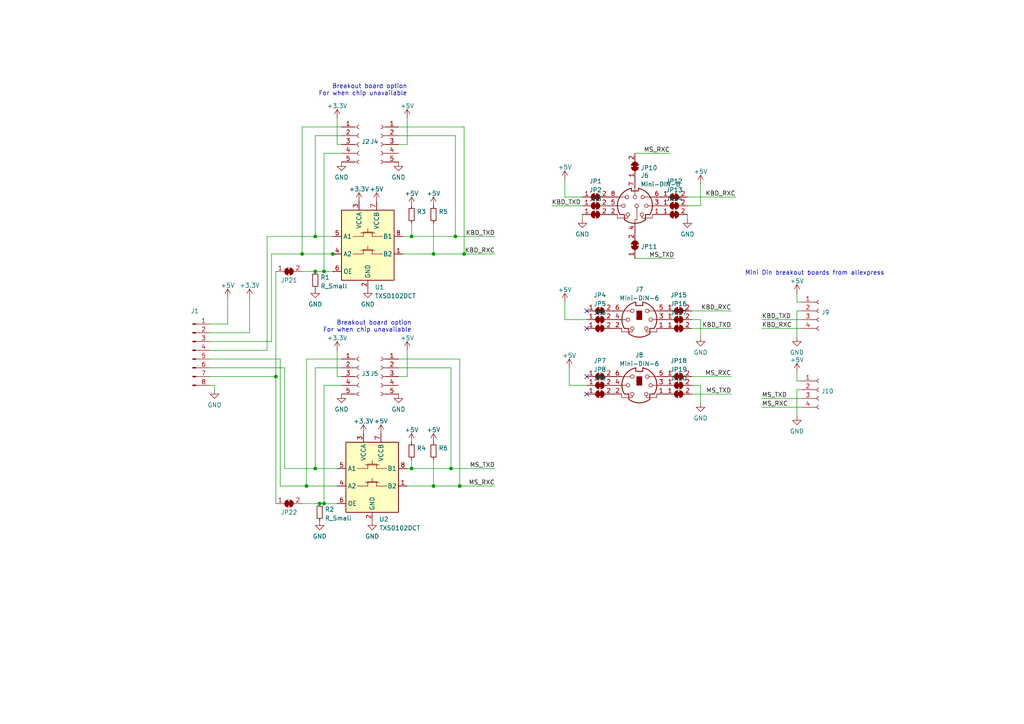
<source format=kicad_sch>
(kicad_sch (version 20230121) (generator eeschema)
  (paper "A4")
  (lib_symbols
    (symbol "Connector:Conn_01x04_Female" (pin_names (offset 1.016) hide)
      (property "Reference" "J" (at 0 5.08 0))
      (property "Value" "Conn_01x04_Female" (at 0 -7.62 0))
      (symbol "Conn_01x04_Female_1_1"
        (arc (start 0 -4.572) (mid -0.5058 -5.08) (end 0 -5.588) (stroke (width 0.1524)))
        (arc (start 0 -2.032) (mid -0.5058 -2.54) (end 0 -3.048) (stroke (width 0.1524)))
        (polyline (pts (xy -1.27 -5.08) (xy -0.508 -5.08)) (stroke (width 0.1524)))
        (polyline (pts (xy -1.27 -2.54) (xy -0.508 -2.54)) (stroke (width 0.1524)))
        (polyline (pts (xy -1.27 0) (xy -0.508 0)) (stroke (width 0.1524)))
        (polyline (pts (xy -1.27 2.54) (xy -0.508 2.54)) (stroke (width 0.1524)))
        (arc (start 0 0.508) (mid -0.5058 0) (end 0 -0.508) (stroke (width 0.1524)))
        (arc (start 0 3.048) (mid -0.5058 2.54) (end 0 2.032) (stroke (width 0.1524)))
        (pin passive line (at -5.08 2.54 0) (length 3.81) (name "Pin_1") (number "1"))
        (pin passive line (at -5.08 0 0) (length 3.81) (name "Pin_2") (number "2"))
        (pin passive line (at -5.08 -2.54 0) (length 3.81) (name "Pin_3") (number "3"))
        (pin passive line (at -5.08 -5.08 0) (length 3.81) (name "Pin_4") (number "4"))
      )
    )
    (symbol "Connector:Conn_01x05_Female" (pin_names (offset 1.016) hide)
      (property "Reference" "J" (at 0 7.62 0))
      (property "Value" "Conn_01x05_Female" (at 0 -7.62 0))
      (symbol "Conn_01x05_Female_1_1"
        (arc (start 0 -4.572) (mid -0.5058 -5.08) (end 0 -5.588) (stroke (width 0.1524)))
        (arc (start 0 -2.032) (mid -0.5058 -2.54) (end 0 -3.048) (stroke (width 0.1524)))
        (polyline (pts (xy -1.27 -5.08) (xy -0.508 -5.08)) (stroke (width 0.1524)))
        (polyline (pts (xy -1.27 -2.54) (xy -0.508 -2.54)) (stroke (width 0.1524)))
        (polyline (pts (xy -1.27 0) (xy -0.508 0)) (stroke (width 0.1524)))
        (polyline (pts (xy -1.27 2.54) (xy -0.508 2.54)) (stroke (width 0.1524)))
        (polyline (pts (xy -1.27 5.08) (xy -0.508 5.08)) (stroke (width 0.1524)))
        (arc (start 0 0.508) (mid -0.5058 0) (end 0 -0.508) (stroke (width 0.1524)))
        (arc (start 0 3.048) (mid -0.5058 2.54) (end 0 2.032) (stroke (width 0.1524)))
        (arc (start 0 5.588) (mid -0.5058 5.08) (end 0 4.572) (stroke (width 0.1524)))
        (pin passive line (at -5.08 5.08 0) (length 3.81) (name "Pin_1") (number "1"))
        (pin passive line (at -5.08 2.54 0) (length 3.81) (name "Pin_2") (number "2"))
        (pin passive line (at -5.08 0 0) (length 3.81) (name "Pin_3") (number "3"))
        (pin passive line (at -5.08 -2.54 0) (length 3.81) (name "Pin_4") (number "4"))
        (pin passive line (at -5.08 -5.08 0) (length 3.81) (name "Pin_5") (number "5"))
      )
    )
    (symbol "Connector:Conn_01x08_Male" (pin_names (offset 1.016) hide)
      (property "Reference" "J" (at 0 10.16 0))
      (property "Value" "Conn_01x08_Male" (at 0 -12.7 0))
      (symbol "Conn_01x08_Male_1_1"
        (polyline (pts (xy 1.27 -10.16) (xy 0.8636 -10.16)) (stroke (width 0.1524)))
        (polyline (pts (xy 1.27 -7.62) (xy 0.8636 -7.62)) (stroke (width 0.1524)))
        (polyline (pts (xy 1.27 -5.08) (xy 0.8636 -5.08)) (stroke (width 0.1524)))
        (polyline (pts (xy 1.27 -2.54) (xy 0.8636 -2.54)) (stroke (width 0.1524)))
        (polyline (pts (xy 1.27 0) (xy 0.8636 0)) (stroke (width 0.1524)))
        (polyline (pts (xy 1.27 2.54) (xy 0.8636 2.54)) (stroke (width 0.1524)))
        (polyline (pts (xy 1.27 5.08) (xy 0.8636 5.08)) (stroke (width 0.1524)))
        (polyline (pts (xy 1.27 7.62) (xy 0.8636 7.62)) (stroke (width 0.1524)))
        (rectangle (start 0.8636 -10.033) (end 0 -10.287) (stroke (width 0.1524)) (fill (type outline)))
        (rectangle (start 0.8636 -7.493) (end 0 -7.747) (stroke (width 0.1524)) (fill (type outline)))
        (rectangle (start 0.8636 -4.953) (end 0 -5.207) (stroke (width 0.1524)) (fill (type outline)))
        (rectangle (start 0.8636 -2.413) (end 0 -2.667) (stroke (width 0.1524)) (fill (type outline)))
        (rectangle (start 0.8636 0.127) (end 0 -0.127) (stroke (width 0.1524)) (fill (type outline)))
        (rectangle (start 0.8636 2.667) (end 0 2.413) (stroke (width 0.1524)) (fill (type outline)))
        (rectangle (start 0.8636 5.207) (end 0 4.953) (stroke (width 0.1524)) (fill (type outline)))
        (rectangle (start 0.8636 7.747) (end 0 7.493) (stroke (width 0.1524)) (fill (type outline)))
        (pin passive line (at 5.08 7.62 180) (length 3.81) (name "Pin_1") (number "1"))
        (pin passive line (at 5.08 5.08 180) (length 3.81) (name "Pin_2") (number "2"))
        (pin passive line (at 5.08 2.54 180) (length 3.81) (name "Pin_3") (number "3"))
        (pin passive line (at 5.08 0 180) (length 3.81) (name "Pin_4") (number "4"))
        (pin passive line (at 5.08 -2.54 180) (length 3.81) (name "Pin_5") (number "5"))
        (pin passive line (at 5.08 -5.08 180) (length 3.81) (name "Pin_6") (number "6"))
        (pin passive line (at 5.08 -7.62 180) (length 3.81) (name "Pin_7") (number "7"))
        (pin passive line (at 5.08 -10.16 180) (length 3.81) (name "Pin_8") (number "8"))
      )
    )
    (symbol "Connector:Mini-DIN-6" (pin_names (offset 1.016))
      (property "Reference" "J" (at 0 6.35 0))
      (property "Value" "Mini-DIN-6" (at 0 -6.35 0))
      (symbol "Mini-DIN-6_0_1"
        (circle (center -3.302 0) (radius 0.508))
        (arc (start -3.048 -4.064) (mid 0 -5.08) (end 3.048 -4.064) (stroke (width 0.254)))
        (circle (center -2.032 -2.54) (radius 0.508))
        (circle (center -2.032 2.54) (radius 0.508))
        (arc (start -1.016 5.08) (mid -4.6228 2.1214) (end -4.318 -2.54) (stroke (width 0.254)))
        (rectangle (start -0.762 2.54) (end 0.762 0) (fill (type outline)))
        (polyline (pts (xy -3.81 0) (xy -5.08 0)))
        (polyline (pts (xy -2.54 2.54) (xy -5.08 2.54)))
        (polyline (pts (xy 2.794 2.54) (xy 5.08 2.54)))
        (polyline (pts (xy 5.08 0) (xy 3.81 0)))
        (polyline (pts (xy -4.318 -2.54) (xy -3.048 -2.54) (xy -3.048 -4.064)) (stroke (width 0.254)))
        (polyline (pts (xy 4.318 -2.54) (xy 3.048 -2.54) (xy 3.048 -4.064)) (stroke (width 0.254)))
        (polyline (pts (xy -2.032 -3.048) (xy -2.032 -3.556) (xy -5.08 -3.556) (xy -5.08 -2.54)))
        (polyline (pts (xy -1.016 5.08) (xy -1.016 4.064) (xy 1.016 4.064) (xy 1.016 5.08)) (stroke (width 0.254)))
        (polyline (pts (xy 2.032 -3.048) (xy 2.032 -3.556) (xy 5.08 -3.556) (xy 5.08 -2.54)))
        (circle (center 2.032 -2.54) (radius 0.508))
        (circle (center 2.286 2.54) (radius 0.508))
        (circle (center 3.302 0) (radius 0.508))
        (arc (start 4.318 -2.54) (mid 4.6661 2.1322) (end 1.016 5.08) (stroke (width 0.254)))
      )
      (symbol "Mini-DIN-6_1_1"
        (pin passive line (at 7.62 -2.54 180) (length 2.54) (name "~") (number "1"))
        (pin passive line (at -7.62 -2.54 0) (length 2.54) (name "~") (number "2"))
        (pin passive line (at 7.62 0 180) (length 2.54) (name "~") (number "3"))
        (pin passive line (at -7.62 0 0) (length 2.54) (name "~") (number "4"))
        (pin passive line (at 7.62 2.54 180) (length 2.54) (name "~") (number "5"))
        (pin passive line (at -7.62 2.54 0) (length 2.54) (name "~") (number "6"))
      )
    )
    (symbol "Connector:Mini-DIN-8" (pin_names (offset 1.016))
      (property "Reference" "J" (at 5.08 5.08 0))
      (property "Value" "Mini-DIN-8" (at 10.668 -5.08 0))
      (symbol "Mini-DIN-8_0_1"
        (circle (center -3.302 0) (radius 0.508))
        (arc (start -3.048 -4.064) (mid 0 -5.08) (end 3.048 -4.064) (stroke (width 0.254)))
        (circle (center -2.286 2.5146) (radius 0.508))
        (circle (center -2.032 -2.54) (radius 0.508))
        (arc (start -1.016 5.08) (mid -4.6228 2.1214) (end -4.318 -2.54) (stroke (width 0.254)))
        (polyline (pts (xy -3.81 0) (xy -5.08 0)))
        (polyline (pts (xy -2.794 2.54) (xy -5.334 2.54)))
        (polyline (pts (xy 0 5.1054) (xy 0 3.048)))
        (polyline (pts (xy 2.794 2.54) (xy 5.08 2.54)))
        (polyline (pts (xy 5.08 0) (xy 3.81 0)))
        (polyline (pts (xy -4.318 -2.54) (xy -3.048 -2.54) (xy -3.048 -4.064)) (stroke (width 0.254)))
        (polyline (pts (xy 4.318 -2.54) (xy 3.048 -2.54) (xy 3.048 -4.064)) (stroke (width 0.254)))
        (polyline (pts (xy -2.032 -3.048) (xy -2.032 -3.556) (xy -5.08 -3.556) (xy -5.08 -2.54)))
        (polyline (pts (xy -1.016 5.08) (xy -1.016 4.318) (xy 1.016 4.318) (xy 1.016 5.08)) (stroke (width 0.254)))
        (polyline (pts (xy 0.5842 -0.508) (xy 0.5842 -4.0132) (xy 0 -4.0132) (xy 0 -5.1816)))
        (polyline (pts (xy 2.032 -3.048) (xy 2.032 -3.556) (xy 5.08 -3.556) (xy 5.08 -2.54)))
        (circle (center 0 2.54) (radius 0.508))
        (circle (center 2.032 -2.54) (radius 0.508))
        (circle (center 2.286 2.54) (radius 0.508))
        (circle (center 3.302 0) (radius 0.508))
        (arc (start 4.318 -2.54) (mid 4.6661 2.1322) (end 1.016 5.08) (stroke (width 0.254)))
      )
      (symbol "Mini-DIN-8_1_1"
        (circle (center 0.5334 0) (radius 0.508))
        (pin passive line (at 7.62 -2.54 180) (length 2.54) (name "~") (number "1"))
        (pin passive line (at -7.62 -2.54 0) (length 2.54) (name "~") (number "2"))
        (pin passive line (at 7.62 0 180) (length 2.54) (name "~") (number "3"))
        (pin passive line (at 0 -7.62 90) (length 2.54) (name "~") (number "4"))
        (pin passive line (at -7.62 0 0) (length 2.54) (name "~") (number "5"))
        (pin passive line (at 7.62 2.54 180) (length 2.54) (name "~") (number "6"))
        (pin passive line (at 0 7.62 270) (length 2.54) (name "~") (number "7"))
        (pin passive line (at -7.62 2.54 0) (length 2.54) (name "~") (number "8"))
      )
    )
    (symbol "Device:R_Small" (pin_numbers hide) (pin_names (offset 0.254) hide)
      (property "Reference" "R" (at 0.762 0.508 0))
      (property "Value" "R_Small" (at 0.762 -1.016 0))
      (symbol "R_Small_0_1"
        (rectangle (start -0.762 1.778) (end 0.762 -1.778) (stroke (width 0.2032)))
      )
      (symbol "R_Small_1_1"
        (pin passive line (at 0 2.54 270) (length 0.762) (name "~") (number "1"))
        (pin passive line (at 0 -2.54 90) (length 0.762) (name "~") (number "2"))
      )
    )
    (symbol "Jumper:SolderJumper_2_Bridged" (pin_names (offset 0) hide)
      (property "Reference" "JP" (at 0 2.032 0))
      (property "Value" "SolderJumper_2_Bridged" (at 0 -2.54 0))
      (symbol "SolderJumper_2_Bridged_0_1"
        (rectangle (start -0.508 0.508) (end 0.508 -0.508) (fill (type outline)))
        (arc (start -0.254 1.016) (mid -1.2656 0) (end -0.254 -1.016))
        (arc (start -0.254 1.016) (mid -1.2656 0) (end -0.254 -1.016) (fill (type outline)))
        (polyline (pts (xy -0.254 1.016) (xy -0.254 -1.016)))
        (polyline (pts (xy 0.254 1.016) (xy 0.254 -1.016)))
        (arc (start 0.254 -1.016) (mid 1.2656 0) (end 0.254 1.016))
        (arc (start 0.254 -1.016) (mid 1.2656 0) (end 0.254 1.016) (fill (type outline)))
      )
      (symbol "SolderJumper_2_Bridged_1_1"
        (pin passive line (at -3.81 0 0) (length 2.54) (name "A") (number "1"))
        (pin passive line (at 3.81 0 180) (length 2.54) (name "B") (number "2"))
      )
    )
    (symbol "Logic_LevelTranslator:TXS0102DCT"
      (property "Reference" "U" (at -6.35 11.43 0))
      (property "Value" "TXS0102DCT" (at 3.81 11.43 0))
      (symbol "TXS0102DCT_0_1"
        (rectangle (start -7.62 10.16) (end 7.62 -10.16) (stroke (width 0.254)) (fill (type background)))
        (polyline (pts (xy -4.318 -2.54) (xy -1.27 -2.54)))
        (polyline (pts (xy -2.032 -1.524) (xy 2.032 -1.524)))
        (polyline (pts (xy -1.524 -1.27) (xy 1.524 -1.27)))
        (polyline (pts (xy -1.27 -2.54) (xy -1.27 -1.524)))
        (polyline (pts (xy 0 -1.27) (xy 0 -0.254)))
        (polyline (pts (xy 1.27 -2.54) (xy 1.27 -1.524)))
        (polyline (pts (xy 4.318 -2.54) (xy 1.27 -2.54)))
      )
      (symbol "TXS0102DCT_1_1"
        (polyline (pts (xy -4.318 2.54) (xy -1.27 2.54)))
        (polyline (pts (xy -2.032 3.556) (xy 2.032 3.556)))
        (polyline (pts (xy -1.524 3.81) (xy 1.524 3.81)))
        (polyline (pts (xy -1.27 2.54) (xy -1.27 3.556)))
        (polyline (pts (xy 0 3.81) (xy 0 4.826)))
        (polyline (pts (xy 1.27 2.54) (xy 1.27 3.556)))
        (polyline (pts (xy 4.318 2.54) (xy 1.27 2.54)))
        (pin bidirectional line (at 10.16 -2.54 180) (length 2.54) (name "B2") (number "1"))
        (pin power_in line (at 0 -12.7 90) (length 2.54) (name "GND") (number "2"))
        (pin power_in line (at -2.54 12.7 270) (length 2.54) (name "VCCA") (number "3"))
        (pin bidirectional line (at -10.16 -2.54 0) (length 2.54) (name "A2") (number "4"))
        (pin bidirectional line (at -10.16 2.54 0) (length 2.54) (name "A1") (number "5"))
        (pin input line (at -10.16 -7.62 0) (length 2.54) (name "OE") (number "6"))
        (pin power_in line (at 2.54 12.7 270) (length 2.54) (name "VCCB") (number "7"))
        (pin bidirectional line (at 10.16 2.54 180) (length 2.54) (name "B1") (number "8"))
      )
    )
    (symbol "power:+3.3V" (power) (pin_names (offset 0))
      (property "Value" "+3.3V" (at 0 3.556 0))
      (symbol "+3.3V_0_1"
        (polyline (pts (xy -0.762 1.27) (xy 0 2.54)))
        (polyline (pts (xy 0 0) (xy 0 2.54)))
        (polyline (pts (xy 0 2.54) (xy 0.762 1.27)))
      )
      (symbol "+3.3V_1_1"
        (pin power_in line (at 0 0 90) (length 0) hide (name "+3.3V") (number "1"))
      )
    )
    (symbol "power:+5V" (power) (pin_names (offset 0))
      (property "Value" "+5V" (at 0 3.556 0))
      (symbol "+5V_0_1"
        (polyline (pts (xy -0.762 1.27) (xy 0 2.54)))
        (polyline (pts (xy 0 0) (xy 0 2.54)))
        (polyline (pts (xy 0 2.54) (xy 0.762 1.27)))
      )
      (symbol "+5V_1_1"
        (pin power_in line (at 0 0 90) (length 0) hide (name "+5V") (number "1"))
      )
    )
    (symbol "power:GND" (power) (pin_names (offset 0))
      (property "Value" "GND" (at 0 -3.81 0))
      (symbol "GND_0_1"
        (polyline (pts (xy 0 0) (xy 0 -1.27) (xy 1.27 -1.27) (xy 0 -2.54) (xy -1.27 -1.27) (xy 0 -1.27)))
      )
      (symbol "GND_1_1"
        (pin power_in line (at 0 0 270) (length 0) hide (name "GND") (number "1"))
      )
    )
  )
  (junction (at 119.38 68.58))
  (junction (at 93.98 78.74))
  (junction (at 119.38 135.89))
  (junction (at 134.62 73.66))
  (junction (at 91.44 135.89))
  (junction (at 80.01 109.22))
  (junction (at 91.44 68.58))
  (junction (at 125.73 140.97))
  (junction (at 91.44 78.74))
  (junction (at 132.08 68.58))
  (junction (at 133.35 140.97))
  (junction (at 92.71 146.05))
  (junction (at 125.73 73.66))
  (junction (at 93.98 146.05))
  (junction (at 88.9 140.97))
  (junction (at 96.52 73.66))
  (junction (at 87.63 73.66))
  (junction (at 130.81 135.89))
  (no_connect (at 170.18 95.25))
  (no_connect (at 170.18 90.17))
  (no_connect (at 170.18 109.22))
  (no_connect (at 170.18 114.3))
  (wire (pts (xy 91.44 78.74) (xy 93.98 78.74)))
  (wire (pts (xy 115.57 104.14) (xy 133.35 104.14)))
  (wire (pts (xy 163.83 52.07) (xy 163.83 57.15)))
  (wire (pts (xy 87.63 146.05) (xy 92.71 146.05)))
  (wire (pts (xy 231.14 87.63) (xy 231.14 85.09)))
  (wire (pts (xy 60.96 109.22) (xy 80.01 109.22)))
  (wire (pts (xy 199.39 59.69) (xy 203.2 59.69)))
  (wire (pts (xy 78.74 73.66) (xy 87.63 73.66)))
  (wire (pts (xy 232.41 87.63) (xy 231.14 87.63)))
  (wire (pts (xy 220.98 92.71) (xy 232.41 92.71)))
  (wire (pts (xy 93.98 44.45) (xy 93.98 78.74)))
  (wire (pts (xy 97.79 73.66) (xy 96.52 73.66)))
  (wire (pts (xy 60.96 111.76) (xy 62.23 111.76)))
  (wire (pts (xy 203.2 111.76) (xy 203.2 116.84)))
  (wire (pts (xy 203.2 92.71) (xy 203.2 97.79)))
  (wire (pts (xy 81.28 140.97) (xy 88.9 140.97)))
  (wire (pts (xy 115.57 39.37) (xy 132.08 39.37)))
  (wire (pts (xy 232.41 110.49) (xy 231.14 110.49)))
  (wire (pts (xy 200.66 114.3) (xy 212.09 114.3)))
  (wire (pts (xy 116.84 73.66) (xy 125.73 73.66)))
  (wire (pts (xy 133.35 140.97) (xy 143.51 140.97)))
  (wire (pts (xy 118.11 135.89) (xy 119.38 135.89)))
  (wire (pts (xy 80.01 78.74) (xy 80.01 109.22)))
  (wire (pts (xy 97.79 109.22) (xy 97.79 101.6)))
  (wire (pts (xy 125.73 64.77) (xy 125.73 73.66)))
  (wire (pts (xy 134.62 73.66) (xy 143.51 73.66)))
  (wire (pts (xy 77.47 68.58) (xy 77.47 101.6)))
  (wire (pts (xy 184.15 44.45) (xy 194.31 44.45)))
  (wire (pts (xy 130.81 135.89) (xy 143.51 135.89)))
  (wire (pts (xy 165.1 111.76) (xy 165.1 106.68)))
  (wire (pts (xy 119.38 135.89) (xy 130.81 135.89)))
  (wire (pts (xy 87.63 36.83) (xy 87.63 73.66)))
  (wire (pts (xy 87.63 78.74) (xy 91.44 78.74)))
  (wire (pts (xy 130.81 106.68) (xy 130.81 135.89)))
  (wire (pts (xy 77.47 101.6) (xy 60.96 101.6)))
  (wire (pts (xy 132.08 68.58) (xy 143.51 68.58)))
  (wire (pts (xy 82.55 106.68) (xy 60.96 106.68)))
  (wire (pts (xy 220.98 95.25) (xy 232.41 95.25)))
  (wire (pts (xy 60.96 96.52) (xy 72.39 96.52)))
  (wire (pts (xy 115.57 41.91) (xy 118.11 41.91)))
  (wire (pts (xy 116.84 68.58) (xy 119.38 68.58)))
  (wire (pts (xy 220.98 115.57) (xy 232.41 115.57)))
  (wire (pts (xy 87.63 73.66) (xy 96.52 73.66)))
  (wire (pts (xy 91.44 39.37) (xy 91.44 68.58)))
  (wire (pts (xy 168.91 63.5) (xy 168.91 62.23)))
  (wire (pts (xy 99.06 109.22) (xy 97.79 109.22)))
  (wire (pts (xy 199.39 63.5) (xy 199.39 62.23)))
  (wire (pts (xy 118.11 140.97) (xy 125.73 140.97)))
  (wire (pts (xy 99.06 36.83) (xy 87.63 36.83)))
  (wire (pts (xy 80.01 109.22) (xy 80.01 146.05)))
  (wire (pts (xy 115.57 109.22) (xy 118.11 109.22)))
  (wire (pts (xy 78.74 73.66) (xy 78.74 99.06)))
  (wire (pts (xy 99.06 39.37) (xy 91.44 39.37)))
  (wire (pts (xy 91.44 135.89) (xy 97.79 135.89)))
  (wire (pts (xy 93.98 146.05) (xy 97.79 146.05)))
  (wire (pts (xy 99.06 41.91) (xy 97.79 41.91)))
  (wire (pts (xy 231.14 90.17) (xy 231.14 97.79)))
  (wire (pts (xy 66.04 93.98) (xy 60.96 93.98)))
  (wire (pts (xy 62.23 111.76) (xy 62.23 113.03)))
  (wire (pts (xy 115.57 36.83) (xy 134.62 36.83)))
  (wire (pts (xy 97.79 41.91) (xy 97.79 34.29)))
  (wire (pts (xy 160.02 59.69) (xy 168.91 59.69)))
  (wire (pts (xy 203.2 59.69) (xy 203.2 53.34)))
  (wire (pts (xy 82.55 135.89) (xy 82.55 106.68)))
  (wire (pts (xy 119.38 133.35) (xy 119.38 135.89)))
  (wire (pts (xy 231.14 113.03) (xy 231.14 120.65)))
  (wire (pts (xy 133.35 104.14) (xy 133.35 140.97)))
  (wire (pts (xy 118.11 41.91) (xy 118.11 34.29)))
  (wire (pts (xy 220.98 118.11) (xy 232.41 118.11)))
  (wire (pts (xy 200.66 90.17) (xy 212.09 90.17)))
  (wire (pts (xy 81.28 104.14) (xy 60.96 104.14)))
  (wire (pts (xy 200.66 109.22) (xy 212.09 109.22)))
  (wire (pts (xy 125.73 73.66) (xy 134.62 73.66)))
  (wire (pts (xy 78.74 99.06) (xy 60.96 99.06)))
  (wire (pts (xy 232.41 113.03) (xy 231.14 113.03)))
  (wire (pts (xy 170.18 92.71) (xy 163.83 92.71)))
  (wire (pts (xy 119.38 64.77) (xy 119.38 68.58)))
  (wire (pts (xy 99.06 111.76) (xy 93.98 111.76)))
  (wire (pts (xy 132.08 39.37) (xy 132.08 68.58)))
  (wire (pts (xy 72.39 96.52) (xy 72.39 86.36)))
  (wire (pts (xy 93.98 111.76) (xy 93.98 146.05)))
  (wire (pts (xy 99.06 104.14) (xy 88.9 104.14)))
  (wire (pts (xy 232.41 90.17) (xy 231.14 90.17)))
  (wire (pts (xy 118.11 109.22) (xy 118.11 101.6)))
  (wire (pts (xy 82.55 135.89) (xy 91.44 135.89)))
  (wire (pts (xy 92.71 146.05) (xy 93.98 146.05)))
  (wire (pts (xy 99.06 106.68) (xy 91.44 106.68)))
  (wire (pts (xy 125.73 133.35) (xy 125.73 140.97)))
  (wire (pts (xy 134.62 36.83) (xy 134.62 73.66)))
  (wire (pts (xy 91.44 68.58) (xy 96.52 68.58)))
  (wire (pts (xy 99.06 44.45) (xy 93.98 44.45)))
  (wire (pts (xy 81.28 140.97) (xy 81.28 104.14)))
  (wire (pts (xy 125.73 140.97) (xy 133.35 140.97)))
  (wire (pts (xy 91.44 106.68) (xy 91.44 135.89)))
  (wire (pts (xy 231.14 110.49) (xy 231.14 107.95)))
  (wire (pts (xy 115.57 106.68) (xy 130.81 106.68)))
  (wire (pts (xy 199.39 57.15) (xy 213.36 57.15)))
  (wire (pts (xy 170.18 111.76) (xy 165.1 111.76)))
  (wire (pts (xy 88.9 104.14) (xy 88.9 140.97)))
  (wire (pts (xy 66.04 86.36) (xy 66.04 93.98)))
  (wire (pts (xy 200.66 95.25) (xy 212.09 95.25)))
  (wire (pts (xy 163.83 92.71) (xy 163.83 87.63)))
  (wire (pts (xy 200.66 111.76) (xy 203.2 111.76)))
  (wire (pts (xy 168.91 57.15) (xy 163.83 57.15)))
  (wire (pts (xy 77.47 68.58) (xy 91.44 68.58)))
  (wire (pts (xy 93.98 78.74) (xy 96.52 78.74)))
  (wire (pts (xy 88.9 140.97) (xy 97.79 140.97)))
  (wire (pts (xy 184.15 74.93) (xy 195.58 74.93)))
  (wire (pts (xy 200.66 92.71) (xy 203.2 92.71)))
  (wire (pts (xy 119.38 68.58) (xy 132.08 68.58)))
  (text "Breakout board option\nFor when chip unavailable" (at 119.38 96.52 0) (effects (font (size 1.27 1.27)) (justify right bottom)))
  (text "Breakout board option\nFor when chip unavailable" (at 118.11 27.94 0) (effects (font (size 1.27 1.27)) (justify right bottom)))
  (text "Mini Din breakout boards from aliexpress" (at 256.54 80.01 0) (effects (font (size 1.27 1.27)) (justify right bottom)))
  (label "MS_RXC" (at 220.98 118.11 0))
  (label "MS_RXC" (at 194.31 44.45 180))
  (label "MS_TXD" (at 195.58 74.93 180))
  (label "KBD_TXD" (at 160.02 59.69 0))
  (label "MS_TXD" (at 212.09 114.3 180))
  (label "KBD_TXD" (at 143.51 68.58 180))
  (label "KBD_RXC" (at 220.98 95.25 0))
  (label "MS_TXD" (at 143.51 135.89 180))
  (label "KBD_TXD" (at 220.98 92.71 0))
  (label "MS_TXD" (at 220.98 115.57 0))
  (label "KBD_RXC" (at 212.09 90.17 180))
  (label "KBD_TXD" (at 212.09 95.25 180))
  (label "KBD_RXC" (at 213.36 57.15 180))
  (label "MS_RXC" (at 143.51 140.97 180))
  (label "KBD_RXC" (at 143.51 73.66 180))
  (label "MS_RXC" (at 212.09 109.22 180))
  (symbol (lib_id "power:+5V") (at 118.11 101.6 0) (unit 1)
    (property "Reference" "#PWR0112" (effects hide))
    (property "Value" "+5V" (at 118.11 98.0242 0))
  )
  (symbol (lib_id "Jumper:SolderJumper_2_Bridged") (at 184.15 71.12 90) (unit 1)
    (property "Reference" "JP11" (at 185.801 71.5538 90) (effects (justify right)))
    (property "Value" "SolderJumper_2_Bridged" (effects hide))
    (property "Footprint" "Jumper:SolderJumper-2_P1.3mm_Bridged_RoundedPad1.0x1.5mm" (effects hide))
  )
  (symbol (lib_id "Jumper:SolderJumper_2_Bridged") (at 173.99 111.76 0) (unit 1)
    (property "Reference" "JP8" (at 173.99 107.1712 0))
    (property "Value" "SolderJumper_2_Bridged" (effects hide))
    (property "Footprint" "Jumper:SolderJumper-2_P1.3mm_Bridged_RoundedPad1.0x1.5mm" (effects hide))
  )
  (symbol (lib_id "power:+5V") (at 119.38 128.27 0) (unit 1)
    (property "Reference" "#PWR0123" (effects hide))
    (property "Value" "+5V" (at 119.38 124.6942 0))
  )
  (symbol (lib_id "power:GND") (at 115.57 114.3 0) (unit 1)
    (property "Reference" "#PWR0125" (effects hide))
    (property "Value" "GND" (at 115.57 118.7434 0))
  )
  (symbol (lib_id "Connector:Mini-DIN-6") (at 185.42 111.76 0) (unit 1)
    (property "Reference" "J8" (at 185.4377 102.9802 0))
    (property "Value" "Mini-DIN-6" (at 185.4377 105.5171 0))
    (property "Footprint" "mini-din:Mini-DIN 6" (effects hide))
    (property "Datasheet" "http://service.powerdynamics.com/ec/Catalog17/Section%2011.pdf" (effects hide))
  )
  (symbol (lib_id "power:+5V") (at 119.38 59.69 0) (unit 1)
    (property "Reference" "#PWR0121" (effects hide))
    (property "Value" "+5V" (at 119.38 56.1142 0))
  )
  (symbol (lib_id "power:GND") (at 106.68 83.82 0) (unit 1)
    (property "Reference" "#PWR0102" (effects hide))
    (property "Value" "GND" (at 106.68 88.2634 0))
  )
  (symbol (lib_id "Connector:Conn_01x05_Female") (at 110.49 109.22 0) (mirror y) (unit 1)
    (property "Reference" "J5" (at 109.7788 108.3853 0) (effects (justify left)))
    (property "Value" "Conn_01x05_Female" (effects hide))
    (property "Footprint" "Connector_PinHeader_2.54mm:PinHeader_1x05_P2.54mm_Vertical" (effects hide))
  )
  (symbol (lib_id "Jumper:SolderJumper_2_Bridged") (at 196.85 109.22 0) (unit 1)
    (property "Reference" "JP18" (at 196.85 104.6312 0))
    (property "Value" "SolderJumper_2_Bridged" (effects hide))
    (property "Footprint" "Jumper:SolderJumper-2_P1.3mm_Bridged_RoundedPad1.0x1.5mm" (effects hide))
  )
  (symbol (lib_id "power:+5V") (at 125.73 59.69 0) (unit 1)
    (property "Reference" "#PWR0113" (effects hide))
    (property "Value" "+5V" (at 125.73 56.1142 0))
  )
  (symbol (lib_id "Connector:Conn_01x04_Female") (at 237.49 113.03 0) (unit 1)
    (property "Reference" "J10" (at 238.2012 113.4653 0) (effects (justify left)))
    (property "Value" "Conn_01x04_Female" (effects hide))
    (property "Footprint" "Connector_PinSocket_2.54mm:PinSocket_1x04_P2.54mm_Vertical" (effects hide))
  )
  (symbol (lib_id "power:+5V") (at 125.73 128.27 0) (unit 1)
    (property "Reference" "#PWR0124" (effects hide))
    (property "Value" "+5V" (at 125.73 124.6942 0))
  )
  (symbol (lib_id "power:GND") (at 107.95 151.13 0) (unit 1)
    (property "Reference" "#PWR0107" (effects hide))
    (property "Value" "GND" (at 107.95 155.5734 0))
  )
  (symbol (lib_id "power:GND") (at 168.91 63.5 0) (unit 1)
    (property "Reference" "#PWR0114" (effects hide))
    (property "Value" "GND" (at 168.91 67.9434 0))
  )
  (symbol (lib_id "Jumper:SolderJumper_2_Bridged") (at 196.85 92.71 0) (unit 1)
    (property "Reference" "JP16" (at 196.85 88.1212 0))
    (property "Value" "SolderJumper_2_Bridged" (effects hide))
    (property "Footprint" "Jumper:SolderJumper-2_P1.3mm_Bridged_RoundedPad1.0x1.5mm" (effects hide))
  )
  (symbol (lib_id "Jumper:SolderJumper_2_Bridged") (at 83.82 146.05 0) (unit 1)
    (property "Reference" "JP22" (at 83.82 148.59 0))
    (property "Value" "SolderJumper_2_Bridged" (effects hide))
    (property "Footprint" "Jumper:SolderJumper-2_P1.3mm_Bridged_RoundedPad1.0x1.5mm" (effects hide))
  )
  (symbol (lib_id "Logic_LevelTranslator:TXS0102DCT") (at 106.68 71.12 0) (unit 1)
    (property "Reference" "U1" (at 108.6994 83.3104 0) (effects (justify left)))
    (property "Value" "TXS0102DCT" (at 108.6994 85.8473 0) (effects (justify left)))
    (property "Footprint" "Package_SO:SSOP-8_2.95x2.8mm_P0.65mm" (effects hide))
    (property "Datasheet" "http://www.ti.com/lit/gpn/txs0102" (effects hide))
  )
  (symbol (lib_id "Jumper:SolderJumper_2_Bridged") (at 172.72 62.23 0) (unit 1)
    (property "Reference" "JP3" (at 172.72 57.6412 0))
    (property "Value" "SolderJumper_2_Bridged" (effects hide))
    (property "Footprint" "Jumper:SolderJumper-2_P1.3mm_Bridged_RoundedPad1.0x1.5mm" (effects hide))
  )
  (symbol (lib_id "Connector:Conn_01x05_Female") (at 104.14 41.91 0) (unit 1)
    (property "Reference" "J2" (at 104.8512 41.0753 0) (effects (justify left)))
    (property "Value" "Conn_01x05_Female" (effects hide))
    (property "Footprint" "Connector_PinHeader_2.54mm:PinHeader_1x05_P2.54mm_Vertical" (effects hide))
  )
  (symbol (lib_id "power:+5V") (at 231.14 85.09 0) (unit 1)
    (property "Reference" "#PWR0135" (effects hide))
    (property "Value" "+5V" (at 231.14 81.5142 0))
  )
  (symbol (lib_id "power:+3.3V") (at 97.79 34.29 0) (unit 1)
    (property "Reference" "#PWR0119" (effects hide))
    (property "Value" "+3.3V" (at 97.79 30.7142 0))
  )
  (symbol (lib_id "Device:R_Small") (at 125.73 130.81 0) (unit 1)
    (property "Reference" "R6" (at 127.2286 129.9753 0) (effects (justify left)))
    (property "Value" "R_Small" (effects hide))
    (property "Footprint" "Resistor_SMD:R_1206_3216Metric_Pad1.30x1.75mm_HandSolder" (effects hide))
  )
  (symbol (lib_id "Jumper:SolderJumper_2_Bridged") (at 195.58 59.69 0) (unit 1)
    (property "Reference" "JP13" (at 195.58 55.1012 0))
    (property "Value" "SolderJumper_2_Bridged" (effects hide))
    (property "Footprint" "Jumper:SolderJumper-2_P1.3mm_Bridged_RoundedPad1.0x1.5mm" (effects hide))
  )
  (symbol (lib_id "Connector:Conn_01x05_Female") (at 104.14 109.22 0) (unit 1)
    (property "Reference" "J3" (at 104.8512 108.3853 0) (effects (justify left)))
    (property "Value" "Conn_01x05_Female" (effects hide))
    (property "Footprint" "Connector_PinHeader_2.54mm:PinHeader_1x05_P2.54mm_Vertical" (effects hide))
  )
  (symbol (lib_id "Jumper:SolderJumper_2_Bridged") (at 173.99 90.17 0) (unit 1)
    (property "Reference" "JP4" (at 173.99 85.5812 0))
    (property "Value" "SolderJumper_2_Bridged" (effects hide))
    (property "Footprint" "Jumper:SolderJumper-2_P1.3mm_Bridged_RoundedPad1.0x1.5mm" (effects hide))
  )
  (symbol (lib_id "power:+5V") (at 109.22 58.42 0) (unit 1)
    (property "Reference" "#PWR0120" (effects hide))
    (property "Value" "+5V" (at 109.22 54.8442 0))
  )
  (symbol (lib_id "power:+5V") (at 165.1 106.68 0) (unit 1)
    (property "Reference" "#PWR0131" (effects hide))
    (property "Value" "+5V" (at 165.1 103.1042 0))
  )
  (symbol (lib_id "power:GND") (at 199.39 63.5 0) (unit 1)
    (property "Reference" "#PWR0126" (effects hide))
    (property "Value" "GND" (at 199.39 67.9434 0))
  )
  (symbol (lib_id "Jumper:SolderJumper_2_Bridged") (at 196.85 111.76 0) (unit 1)
    (property "Reference" "JP19" (at 196.85 107.1712 0))
    (property "Value" "SolderJumper_2_Bridged" (effects hide))
    (property "Footprint" "Jumper:SolderJumper-2_P1.3mm_Bridged_RoundedPad1.0x1.5mm" (effects hide))
  )
  (symbol (lib_id "power:+3.3V") (at 105.41 125.73 0) (unit 1)
    (property "Reference" "#PWR0111" (effects hide))
    (property "Value" "+3.3V" (at 105.41 122.1542 0))
  )
  (symbol (lib_id "Jumper:SolderJumper_2_Bridged") (at 172.72 57.15 0) (unit 1)
    (property "Reference" "JP1" (at 172.72 52.5612 0))
    (property "Value" "SolderJumper_2_Bridged" (effects hide))
    (property "Footprint" "Jumper:SolderJumper-2_P1.3mm_Bridged_RoundedPad1.0x1.5mm" (effects hide))
  )
  (symbol (lib_id "power:GND") (at 203.2 116.84 0) (unit 1)
    (property "Reference" "#PWR0130" (effects hide))
    (property "Value" "GND" (at 203.2 121.2834 0))
  )
  (symbol (lib_id "Connector:Mini-DIN-8") (at 184.15 59.69 0) (unit 1)
    (property "Reference" "J6" (at 185.8011 50.9102 0) (effects (justify left)))
    (property "Value" "Mini-DIN-8" (at 185.8011 53.4471 0) (effects (justify left)))
    (property "Footprint" "mini-din:Mini-DIN 8" (effects hide))
    (property "Datasheet" "http://service.powerdynamics.com/ec/Catalog17/Section%2011.pdf" (effects hide))
  )
  (symbol (lib_id "power:+3.3V") (at 72.39 86.36 0) (unit 1)
    (property "Reference" "#PWR0105" (effects hide))
    (property "Value" "+3.3V" (at 72.39 82.7842 0))
  )
  (symbol (lib_id "Logic_LevelTranslator:TXS0102DCT") (at 107.95 138.43 0) (unit 1)
    (property "Reference" "U2" (at 109.9694 150.6204 0) (effects (justify left)))
    (property "Value" "TXS0102DCT" (at 109.9694 153.1573 0) (effects (justify left)))
    (property "Footprint" "Package_SO:SSOP-8_2.95x2.8mm_P0.65mm" (effects hide))
    (property "Datasheet" "http://www.ti.com/lit/gpn/txs0102" (effects hide))
  )
  (symbol (lib_id "power:GND") (at 99.06 46.99 0) (unit 1)
    (property "Reference" "#PWR0117" (effects hide))
    (property "Value" "GND" (at 99.06 51.4334 0))
  )
  (symbol (lib_id "Jumper:SolderJumper_2_Bridged") (at 195.58 62.23 0) (unit 1)
    (property "Reference" "JP14" (at 195.58 57.6412 0))
    (property "Value" "SolderJumper_2_Bridged" (effects hide))
    (property "Footprint" "Jumper:SolderJumper-2_P1.3mm_Bridged_RoundedPad1.0x1.5mm" (effects hide))
  )
  (symbol (lib_id "power:+5V") (at 203.2 53.34 0) (unit 1)
    (property "Reference" "#PWR0128" (effects hide))
    (property "Value" "+5V" (at 203.2 49.7642 0))
  )
  (symbol (lib_id "Device:R_Small") (at 91.44 81.28 0) (unit 1)
    (property "Reference" "R1" (at 92.9386 80.4453 0) (effects (justify left)))
    (property "Value" "R_Small" (at 92.9386 82.9822 0) (effects (justify left)))
    (property "Footprint" "Resistor_SMD:R_1206_3216Metric_Pad1.30x1.75mm_HandSolder" (effects hide))
  )
  (symbol (lib_id "power:+5V") (at 163.83 52.07 0) (unit 1)
    (property "Reference" "#PWR0127" (effects hide))
    (property "Value" "+5V" (at 163.83 48.4942 0))
  )
  (symbol (lib_id "power:+3.3V") (at 97.79 101.6 0) (unit 1)
    (property "Reference" "#PWR0101" (effects hide))
    (property "Value" "+3.3V" (at 97.79 98.0242 0))
  )
  (symbol (lib_id "Device:R_Small") (at 92.71 148.59 0) (unit 1)
    (property "Reference" "R2" (at 94.2086 147.7553 0) (effects (justify left)))
    (property "Value" "R_Small" (at 94.2086 150.2922 0) (effects (justify left)))
    (property "Footprint" "Resistor_SMD:R_1206_3216Metric_Pad1.30x1.75mm_HandSolder" (effects hide))
  )
  (symbol (lib_id "Connector:Conn_01x04_Female") (at 237.49 90.17 0) (unit 1)
    (property "Reference" "J9" (at 238.2012 90.6053 0) (effects (justify left)))
    (property "Value" "Conn_01x04_Female" (effects hide))
    (property "Footprint" "Connector_PinSocket_2.54mm:PinSocket_1x04_P2.54mm_Vertical" (effects hide))
  )
  (symbol (lib_id "Jumper:SolderJumper_2_Bridged") (at 196.85 90.17 0) (unit 1)
    (property "Reference" "JP15" (at 196.85 85.5812 0))
    (property "Value" "SolderJumper_2_Bridged" (effects hide))
    (property "Footprint" "Jumper:SolderJumper-2_P1.3mm_Bridged_RoundedPad1.0x1.5mm" (effects hide))
  )
  (symbol (lib_id "Device:R_Small") (at 119.38 130.81 0) (unit 1)
    (property "Reference" "R4" (at 120.8786 129.9753 0) (effects (justify left)))
    (property "Value" "R_Small" (effects hide))
    (property "Footprint" "Resistor_SMD:R_1206_3216Metric_Pad1.30x1.75mm_HandSolder" (effects hide))
  )
  (symbol (lib_id "power:+3.3V") (at 104.14 58.42 0) (unit 1)
    (property "Reference" "#PWR0118" (effects hide))
    (property "Value" "+3.3V" (at 104.14 54.8442 0))
  )
  (symbol (lib_id "Jumper:SolderJumper_2_Bridged") (at 83.82 78.74 0) (unit 1)
    (property "Reference" "JP21" (at 83.82 81.28 0))
    (property "Value" "SolderJumper_2_Bridged" (effects hide))
    (property "Footprint" "Jumper:SolderJumper-2_P1.3mm_Bridged_RoundedPad1.0x1.5mm" (effects hide))
  )
  (symbol (lib_id "power:GND") (at 231.14 120.65 0) (unit 1)
    (property "Reference" "#PWR0132" (effects hide))
    (property "Value" "GND" (at 231.14 125.0934 0))
  )
  (symbol (lib_id "Connector:Conn_01x05_Female") (at 110.49 41.91 0) (mirror y) (unit 1)
    (property "Reference" "J4" (at 109.7788 41.0753 0) (effects (justify left)))
    (property "Value" "Conn_01x05_Female" (effects hide))
    (property "Footprint" "Connector_PinHeader_2.54mm:PinHeader_1x05_P2.54mm_Vertical" (effects hide))
  )
  (symbol (lib_id "Jumper:SolderJumper_2_Bridged") (at 195.58 57.15 0) (unit 1)
    (property "Reference" "JP12" (at 195.58 52.5612 0))
    (property "Value" "SolderJumper_2_Bridged" (effects hide))
    (property "Footprint" "Jumper:SolderJumper-2_P1.3mm_Bridged_RoundedPad1.0x1.5mm" (effects hide))
  )
  (symbol (lib_id "Connector:Mini-DIN-6") (at 185.42 92.71 0) (unit 1)
    (property "Reference" "J7" (at 185.4377 83.9302 0))
    (property "Value" "Mini-DIN-6" (at 185.4377 86.4671 0))
    (property "Footprint" "mini-din:Mini-DIN 6" (effects hide))
    (property "Datasheet" "http://service.powerdynamics.com/ec/Catalog17/Section%2011.pdf" (effects hide))
  )
  (symbol (lib_id "power:GND") (at 231.14 97.79 0) (unit 1)
    (property "Reference" "#PWR0133" (effects hide))
    (property "Value" "GND" (at 231.14 102.2334 0))
  )
  (symbol (lib_id "Device:R_Small") (at 125.73 62.23 0) (unit 1)
    (property "Reference" "R5" (at 127.2286 61.3953 0) (effects (justify left)))
    (property "Value" "R_Small" (effects hide))
    (property "Footprint" "Resistor_SMD:R_1206_3216Metric_Pad1.30x1.75mm_HandSolder" (effects hide))
  )
  (symbol (lib_id "Jumper:SolderJumper_2_Bridged") (at 184.15 48.26 90) (unit 1)
    (property "Reference" "JP10" (at 185.801 48.6938 90) (effects (justify right)))
    (property "Value" "SolderJumper_2_Bridged" (effects hide))
    (property "Footprint" "Jumper:SolderJumper-2_P1.3mm_Bridged_RoundedPad1.0x1.5mm" (effects hide))
  )
  (symbol (lib_id "power:+5V") (at 163.83 87.63 0) (unit 1)
    (property "Reference" "#PWR0115" (effects hide))
    (property "Value" "+5V" (at 163.83 84.0542 0))
  )
  (symbol (lib_id "Jumper:SolderJumper_2_Bridged") (at 173.99 114.3 0) (unit 1)
    (property "Reference" "JP9" (at 173.99 109.7112 0))
    (property "Value" "SolderJumper_2_Bridged" (effects hide))
    (property "Footprint" "Jumper:SolderJumper-2_P1.3mm_Bridged_RoundedPad1.0x1.5mm" (effects hide))
  )
  (symbol (lib_id "power:GND") (at 99.06 114.3 0) (unit 1)
    (property "Reference" "#PWR0109" (effects hide))
    (property "Value" "GND" (at 99.06 118.7434 0))
  )
  (symbol (lib_id "power:GND") (at 115.57 46.99 0) (unit 1)
    (property "Reference" "#PWR0122" (effects hide))
    (property "Value" "GND" (at 115.57 51.4334 0))
  )
  (symbol (lib_id "power:+5V") (at 231.14 107.95 0) (unit 1)
    (property "Reference" "#PWR0134" (effects hide))
    (property "Value" "+5V" (at 231.14 104.3742 0))
  )
  (symbol (lib_id "Jumper:SolderJumper_2_Bridged") (at 173.99 92.71 0) (unit 1)
    (property "Reference" "JP5" (at 173.99 88.1212 0))
    (property "Value" "SolderJumper_2_Bridged" (effects hide))
    (property "Footprint" "Jumper:SolderJumper-2_P1.3mm_Bridged_RoundedPad1.0x1.5mm" (effects hide))
  )
  (symbol (lib_id "Device:R_Small") (at 119.38 62.23 0) (unit 1)
    (property "Reference" "R3" (at 120.8786 61.3953 0) (effects (justify left)))
    (property "Value" "R_Small" (effects hide))
    (property "Footprint" "Resistor_SMD:R_1206_3216Metric_Pad1.30x1.75mm_HandSolder" (effects hide))
  )
  (symbol (lib_id "Jumper:SolderJumper_2_Bridged") (at 196.85 114.3 0) (unit 1)
    (property "Reference" "JP20" (at 196.85 109.7112 0))
    (property "Value" "SolderJumper_2_Bridged" (effects hide))
    (property "Footprint" "Jumper:SolderJumper-2_P1.3mm_Bridged_RoundedPad1.0x1.5mm" (effects hide))
  )
  (symbol (lib_id "Jumper:SolderJumper_2_Bridged") (at 172.72 59.69 0) (unit 1)
    (property "Reference" "JP2" (at 172.72 55.1012 0))
    (property "Value" "SolderJumper_2_Bridged" (effects hide))
    (property "Footprint" "Jumper:SolderJumper-2_P1.3mm_Bridged_RoundedPad1.0x1.5mm" (effects hide))
  )
  (symbol (lib_id "Jumper:SolderJumper_2_Bridged") (at 196.85 95.25 0) (unit 1)
    (property "Reference" "JP17" (at 196.85 90.6612 0))
    (property "Value" "SolderJumper_2_Bridged" (effects hide))
    (property "Footprint" "Jumper:SolderJumper-2_P1.3mm_Bridged_RoundedPad1.0x1.5mm" (effects hide))
  )
  (symbol (lib_id "power:+5V") (at 66.04 86.36 0) (unit 1)
    (property "Reference" "#PWR0104" (effects hide))
    (property "Value" "+5V" (at 66.04 82.7842 0))
  )
  (symbol (lib_id "power:GND") (at 62.23 113.03 0) (unit 1)
    (property "Reference" "#PWR0106" (effects hide))
    (property "Value" "GND" (at 62.23 117.4734 0))
  )
  (symbol (lib_id "Jumper:SolderJumper_2_Bridged") (at 173.99 109.22 0) (unit 1)
    (property "Reference" "JP7" (at 173.99 104.6312 0))
    (property "Value" "SolderJumper_2_Bridged" (effects hide))
    (property "Footprint" "Jumper:SolderJumper-2_P1.3mm_Bridged_RoundedPad1.0x1.5mm" (effects hide))
  )
  (symbol (lib_id "power:GND") (at 92.71 151.13 0) (unit 1)
    (property "Reference" "#PWR0108" (effects hide))
    (property "Value" "GND" (at 92.71 155.5734 0))
  )
  (symbol (lib_id "power:GND") (at 91.44 83.82 0) (unit 1)
    (property "Reference" "#PWR0103" (effects hide))
    (property "Value" "GND" (at 91.44 88.2634 0))
  )
  (symbol (lib_id "Jumper:SolderJumper_2_Bridged") (at 173.99 95.25 0) (unit 1)
    (property "Reference" "JP6" (at 173.99 90.6612 0))
    (property "Value" "SolderJumper_2_Bridged" (effects hide))
    (property "Footprint" "Jumper:SolderJumper-2_P1.3mm_Bridged_RoundedPad1.0x1.5mm" (effects hide))
  )
  (symbol (lib_id "power:+5V") (at 118.11 34.29 0) (unit 1)
    (property "Reference" "#PWR0116" (effects hide))
    (property "Value" "+5V" (at 118.11 30.7142 0))
  )
  (symbol (lib_id "power:+5V") (at 110.49 125.73 0) (unit 1)
    (property "Reference" "#PWR0110" (effects hide))
    (property "Value" "+5V" (at 110.49 122.1542 0))
  )
  (symbol (lib_id "power:GND") (at 203.2 97.79 0) (unit 1)
    (property "Reference" "#PWR0129" (effects hide))
    (property "Value" "GND" (at 203.2 102.2334 0))
  )
  (symbol (lib_id "Connector:Conn_01x08_Male") (at 55.88 101.6 0) (unit 1)
    (property "Reference" "J1" (at 56.515 90.204 0))
    (property "Value" "Conn_01x08_Male" (effects hide))
    (property "Footprint" "Connector_PinHeader_2.54mm:PinHeader_1x08_P2.54mm_Vertical" (effects hide))
  )
)
</source>
